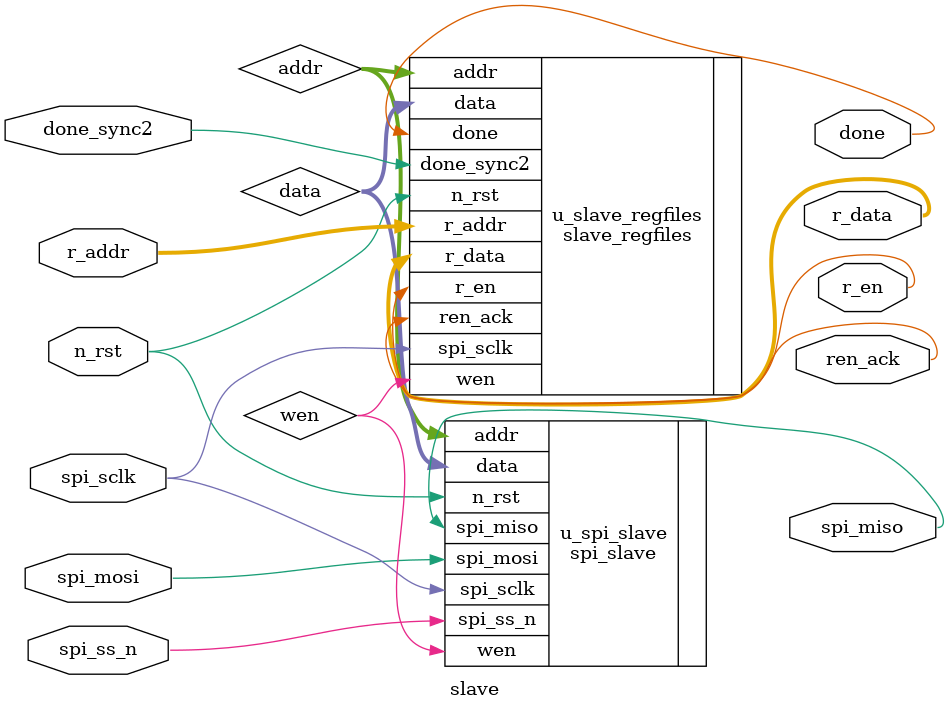
<source format=v>
module slave (
    spi_sclk,
    n_rst,

    spi_mosi,
    spi_miso,
    spi_ss_n,
    
    r_en,
    r_addr,

    done_sync2,

    r_data,
    done,

    ren_ack
    
    
);

input spi_sclk;
input n_rst;

input spi_mosi;
input spi_ss_n;
output spi_miso;

wire [1:0] addr;
wire [2:0] data;
wire       wen;

output done;
output ren_ack;
output [2:0] r_data;


output r_en;
input [1:0] r_addr;


input done_sync2;


slave_regfiles u_slave_regfiles (
   .spi_sclk(spi_sclk),
   .n_rst(n_rst),

   .addr(addr),
   .wen(wen),
   .data(data),

   .r_en(r_en),
   .r_addr(r_addr),

   .done_sync2(done_sync2),

   .r_data(r_data),
   .done(done),

   .ren_ack(ren_ack)

);

spi_slave u_spi_slave (
   .spi_sclk(spi_sclk),
   .n_rst(n_rst),

   .addr(addr),
   .data(data),
   .wen(wen),
    
   .spi_mosi(spi_mosi),
   .spi_miso(spi_miso),
   .spi_ss_n(spi_ss_n)
);

endmodule


</source>
